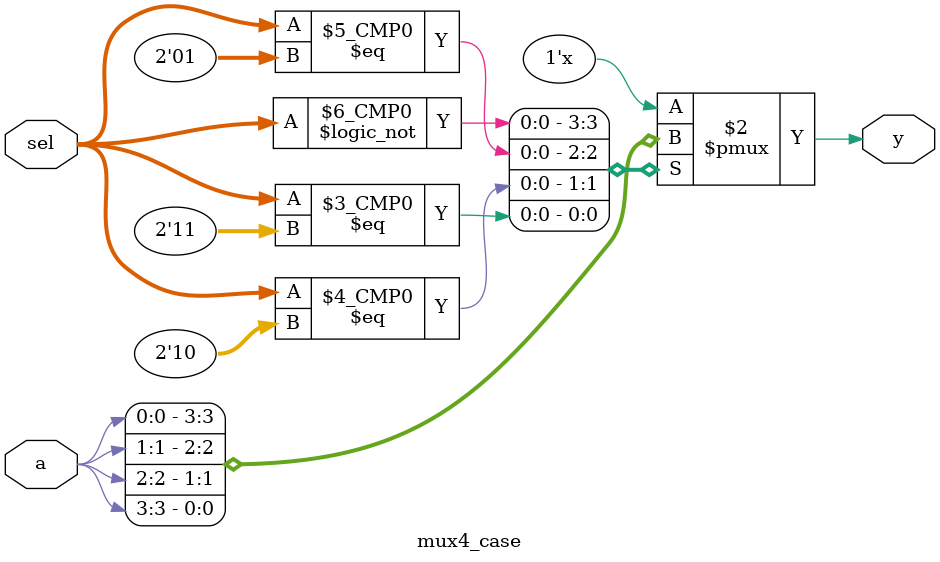
<source format=v>

module mux4_case(
  input [3:0] a,
  input [1:0] sel,
  output reg y);

  always@(*)begin
    case(sel)
      2'b00: y = a[0];
      2'b01: y = a[1];
      2'b10: y = a[2];
      2'b11: y = a[3];
      default: y = 1'bx;  
    endcase
  end
endmodule


</source>
